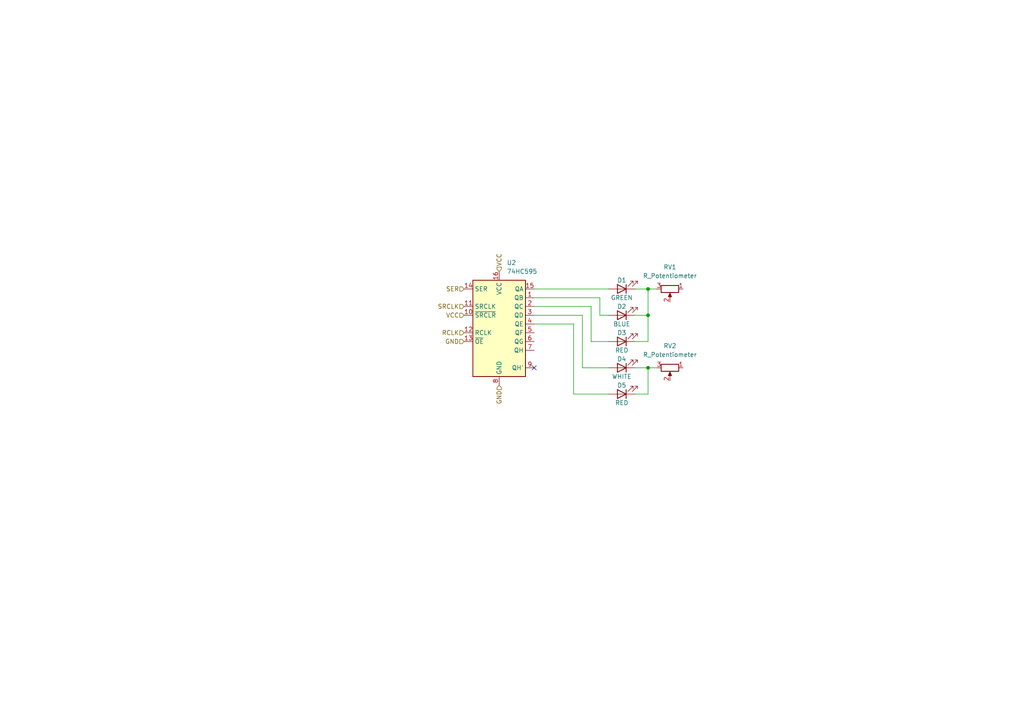
<source format=kicad_sch>
(kicad_sch (version 20230121) (generator eeschema)
  (paper "A4")
  (title_block (title "B1") (date "2024-02-01") (rev "1") (comment 4 "The status register is responsible for controlling the status LEDs and buzzer."))
  (lib_symbols
    (symbol "74xx:74HC595"
      (property "Reference" "U" (at -7.62 13.97 0))
      (property "Value" "74HC595" (at -7.62 -16.51 0))
      (symbol "74HC595_1_0"
        (pin tri_state line (at 10.16 7.62 180) (length 2.54) (name "QB") (number "1"))
        (pin input line (at -10.16 2.54 0) (length 2.54) (name "~{SRCLR}") (number "10"))
        (pin input line (at -10.16 5.08 0) (length 2.54) (name "SRCLK") (number "11"))
        (pin input line (at -10.16 -2.54 0) (length 2.54) (name "RCLK") (number "12"))
        (pin input line (at -10.16 -5.08 0) (length 2.54) (name "~{OE}") (number "13"))
        (pin input line (at -10.16 10.16 0) (length 2.54) (name "SER") (number "14"))
        (pin tri_state line (at 10.16 10.16 180) (length 2.54) (name "QA") (number "15"))
        (pin power_in line (at 0 15.24 270) (length 2.54) (name "VCC") (number "16"))
        (pin tri_state line (at 10.16 5.08 180) (length 2.54) (name "QC") (number "2"))
        (pin tri_state line (at 10.16 2.54 180) (length 2.54) (name "QD") (number "3"))
        (pin tri_state line (at 10.16 0 180) (length 2.54) (name "QE") (number "4"))
        (pin tri_state line (at 10.16 -2.54 180) (length 2.54) (name "QF") (number "5"))
        (pin tri_state line (at 10.16 -5.08 180) (length 2.54) (name "QG") (number "6"))
        (pin tri_state line (at 10.16 -7.62 180) (length 2.54) (name "QH") (number "7"))
        (pin power_in line (at 0 -17.78 90) (length 2.54) (name "GND") (number "8"))
        (pin output line (at 10.16 -12.7 180) (length 2.54) (name "QH'") (number "9"))
      )
      (symbol "74HC595_1_1"
        (rectangle (start -7.62 12.7) (end 7.62 -15.24) (stroke (width 0.254)) (fill (type background)))
      )
    )
    (symbol "Device:LED" (pin_numbers hide) (pin_names (offset 1.016) hide)
      (property "Reference" "D" (at 0 2.54 0))
      (property "Value" "LED" (at 0 -2.54 0))
      (symbol "LED_0_1"
        (polyline (pts (xy -1.27 -1.27) (xy -1.27 1.27)) (stroke (width 0.254)))
        (polyline (pts (xy -1.27 0) (xy 1.27 0)))
        (polyline (pts (xy 1.27 -1.27) (xy 1.27 1.27) (xy -1.27 0) (xy 1.27 -1.27)) (stroke (width 0.254)))
        (polyline (pts (xy -3.048 -0.762) (xy -4.572 -2.286) (xy -3.81 -2.286) (xy -4.572 -2.286) (xy -4.572 -1.524)))
        (polyline (pts (xy -1.778 -0.762) (xy -3.302 -2.286) (xy -2.54 -2.286) (xy -3.302 -2.286) (xy -3.302 -1.524)))
      )
      (symbol "LED_1_1"
        (pin passive line (at -3.81 0 0) (length 2.54) (name "K") (number "1"))
        (pin passive line (at 3.81 0 180) (length 2.54) (name "A") (number "2"))
      )
    )
    (symbol "Device:R_Potentiometer" (pin_names (offset 1.016) hide)
      (property "Reference" "RV" (at -4.445 0 90))
      (property "Value" "R_Potentiometer" (at -2.54 0 90))
      (symbol "R_Potentiometer_0_1"
        (polyline (pts (xy 2.54 0) (xy 1.524 0)))
        (polyline (pts (xy 1.143 0) (xy 2.286 0.508) (xy 2.286 -0.508) (xy 1.143 0)) (fill (type outline)))
        (rectangle (start 1.016 2.54) (end -1.016 -2.54) (stroke (width 0.254)))
      )
      (symbol "R_Potentiometer_1_1"
        (pin passive line (at 0 3.81 270) (length 1.27) (name "1") (number "1"))
        (pin passive line (at 3.81 0 180) (length 1.27) (name "2") (number "2"))
        (pin passive line (at 0 -3.81 90) (length 1.27) (name "3") (number "3"))
      )
    )
  )
  (junction (at 187.96 91.44))
  (junction (at 187.96 106.68))
  (junction (at 187.96 83.82))
  (no_connect (at 154.94 106.68))
  (wire (pts (xy 173.99 91.44) (xy 173.99 86.36)))
  (wire (pts (xy 187.96 106.68) (xy 187.96 114.3)))
  (wire (pts (xy 187.96 83.82) (xy 184.15 83.82)))
  (wire (pts (xy 187.96 91.44) (xy 187.96 83.82)))
  (wire (pts (xy 184.15 106.68) (xy 187.96 106.68)))
  (wire (pts (xy 176.53 83.82) (xy 154.94 83.82)))
  (wire (pts (xy 176.53 114.3) (xy 166.37 114.3)))
  (wire (pts (xy 166.37 114.3) (xy 166.37 93.98)))
  (wire (pts (xy 187.96 83.82) (xy 190.5 83.82)))
  (wire (pts (xy 184.15 91.44) (xy 187.96 91.44)))
  (wire (pts (xy 190.5 106.68) (xy 187.96 106.68)))
  (wire (pts (xy 166.37 93.98) (xy 154.94 93.98)))
  (wire (pts (xy 173.99 91.44) (xy 176.53 91.44)))
  (wire (pts (xy 187.96 99.06) (xy 187.96 91.44)))
  (wire (pts (xy 154.94 86.36) (xy 173.99 86.36)))
  (wire (pts (xy 171.45 88.9) (xy 154.94 88.9)))
  (wire (pts (xy 171.45 99.06) (xy 171.45 88.9)))
  (wire (pts (xy 168.91 91.44) (xy 154.94 91.44)))
  (wire (pts (xy 187.96 114.3) (xy 184.15 114.3)))
  (wire (pts (xy 176.53 106.68) (xy 168.91 106.68)))
  (wire (pts (xy 176.53 99.06) (xy 171.45 99.06)))
  (wire (pts (xy 184.15 99.06) (xy 187.96 99.06)))
  (wire (pts (xy 168.91 106.68) (xy 168.91 91.44)))
  (hierarchical_label "GND" (shape input) (at 134.62 99.06 180))
  (hierarchical_label "GND" (shape input) (at 144.78 111.76 270))
  (hierarchical_label "VCC" (shape input) (at 134.62 91.44 180))
  (hierarchical_label "RCLK" (shape input) (at 134.62 96.52 180))
  (hierarchical_label "SER" (shape input) (at 134.62 83.82 180))
  (hierarchical_label "VCC" (shape input) (at 144.78 78.74 90))
  (hierarchical_label "SRCLK" (shape input) (at 134.62 88.9 180))
  (symbol (lib_id "Device:LED") (at 180.34 114.3 180) (unit 1)
    (property "Reference" "D5" (at 180.34 111.76 0))
    (property "Value" "RED" (at 180.34 116.84 0))
  )
  (symbol (lib_id "74xx:74HC595") (at 144.78 93.98 0) (unit 1)
    (property "Reference" "U2" (at 146.9741 76.2 0) (effects (justify left)))
    (property "Value" "74HC595" (at 146.9741 78.74 0) (effects (justify left)))
    (property "Datasheet" "http://www.ti.com/lit/ds/symlink/sn74hc595.pdf" (effects hide))
  )
  (symbol (lib_id "Device:LED") (at 180.34 91.44 180) (unit 1)
    (property "Reference" "D2" (at 180.34 88.9 0))
    (property "Value" "BLUE" (at 180.34 93.98 0))
  )
  (symbol (lib_id "Device:LED") (at 180.34 83.82 180) (unit 1)
    (property "Reference" "D1" (at 180.34 81.28 0))
    (property "Value" "GREEN" (at 180.34 86.36 0))
  )
  (symbol (lib_id "Device:LED") (at 180.34 106.68 180) (unit 1)
    (property "Reference" "D4" (at 180.34 104.14 0))
    (property "Value" "WHITE" (at 180.34 109.22 0))
  )
  (symbol (lib_id "Device:R_Potentiometer") (at 194.31 83.82 270) (unit 1)
    (property "Reference" "RV1" (at 194.31 77.47 90))
    (property "Value" "R_Potentiometer" (at 194.31 80.01 90))
  )
  (symbol (lib_id "Device:LED") (at 180.34 99.06 180) (unit 1)
    (property "Reference" "D3" (at 180.34 96.52 0))
    (property "Value" "RED" (at 180.34 101.6 0))
  )
  (symbol (lib_id "Device:R_Potentiometer") (at 194.31 106.68 270) (unit 1)
    (property "Reference" "RV2" (at 194.31 100.33 90))
    (property "Value" "R_Potentiometer" (at 194.31 102.87 90))
  )
)
</source>
